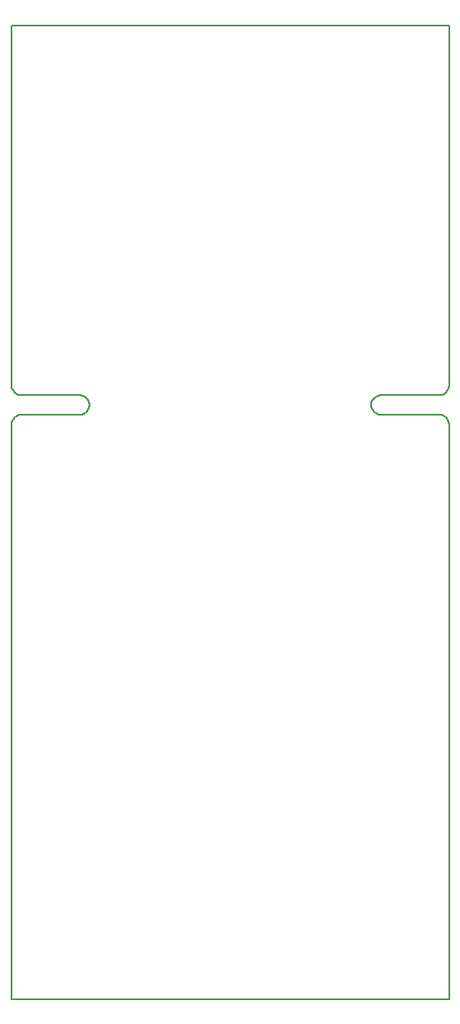
<source format=gko>
G04*
G04 #@! TF.GenerationSoftware,Altium Limited,Altium Designer,20.1.8 (145)*
G04*
G04 Layer_Color=16711935*
%FSLAX25Y25*%
%MOIN*%
G70*
G04*
G04 #@! TF.SameCoordinates,AD2E53F2-275F-43D4-B2A7-20F968E01B46*
G04*
G04*
G04 #@! TF.FilePolarity,Positive*
G04*
G01*
G75*
%ADD64C,0.00500*%
D64*
X3937Y236221D02*
X2918Y236086D01*
X1969Y235693D01*
X1153Y235067D01*
X527Y234252D01*
X134Y233302D01*
X0Y232283D01*
X27559Y236221D02*
X28578Y236355D01*
X29528Y236748D01*
X30343Y237374D01*
X30969Y238189D01*
X31362Y239139D01*
X31496Y240158D01*
X31496D02*
X31362Y241177D01*
X30969Y242126D01*
X30343Y242941D01*
X29528Y243567D01*
X28578Y243960D01*
X27559Y244094D01*
X0Y248031D02*
X134Y247012D01*
X527Y246063D01*
X1153Y245248D01*
X1969Y244622D01*
X2918Y244229D01*
X3937Y244094D01*
X173228D02*
X174247Y244229D01*
X175197Y244622D01*
X176012Y245248D01*
X176638Y246063D01*
X177031Y247012D01*
X177165Y248031D01*
X149606Y244094D02*
X148587Y243960D01*
X147638Y243567D01*
X146822Y242941D01*
X146197Y242126D01*
X145803Y241177D01*
X145669Y240158D01*
X145803Y239139D01*
X146197Y238189D01*
X146822Y237374D01*
X147638Y236748D01*
X148587Y236355D01*
X149606Y236221D01*
X177165Y232283D02*
X177031Y233302D01*
X176638Y234252D01*
X176012Y235067D01*
X175197Y235693D01*
X174247Y236086D01*
X173228Y236221D01*
X177165Y0D02*
Y232283D01*
X0Y0D02*
X177165D01*
X0D02*
Y232283D01*
X3937Y236221D02*
X27559Y236221D01*
X3937Y244094D02*
X27559D01*
X0Y248031D02*
Y393701D01*
X177165Y393701D01*
Y248031D02*
Y393701D01*
X149606Y244094D02*
X173228D01*
X149606Y236221D02*
X173228D01*
M02*

</source>
